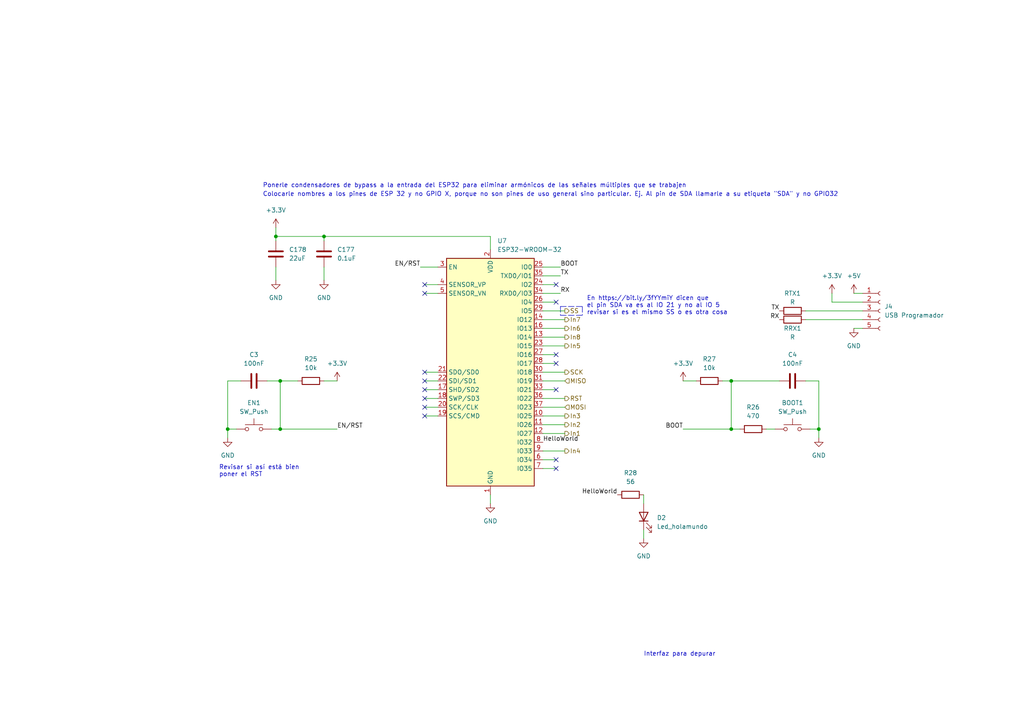
<source format=kicad_sch>
(kicad_sch (version 20211123) (generator eeschema)
  (paper "A4")
  (lib_symbols
    (symbol "Connector:Conn_01x05_Female" (pin_names (offset 1.016) hide)
      (property "Reference" "J" (at 0 7.62 0))
      (property "Value" "Conn_01x05_Female" (at 0 -7.62 0))
      (symbol "Conn_01x05_Female_1_1"
        (arc (start 0 -4.572) (mid -0.508 -5.08) (end 0 -5.588) (stroke (width 0.1524)))
        (arc (start 0 -2.032) (mid -0.508 -2.54) (end 0 -3.048) (stroke (width 0.1524)))
        (polyline (pts (xy -1.27 -5.08) (xy -0.508 -5.08)) (stroke (width 0.1524)))
        (polyline (pts (xy -1.27 -2.54) (xy -0.508 -2.54)) (stroke (width 0.1524)))
        (polyline (pts (xy -1.27 0) (xy -0.508 0)) (stroke (width 0.1524)))
        (polyline (pts (xy -1.27 2.54) (xy -0.508 2.54)) (stroke (width 0.1524)))
        (polyline (pts (xy -1.27 5.08) (xy -0.508 5.08)) (stroke (width 0.1524)))
        (arc (start 0 0.508) (mid -0.508 0) (end 0 -0.508) (stroke (width 0.1524)))
        (arc (start 0 3.048) (mid -0.508 2.54) (end 0 2.032) (stroke (width 0.1524)))
        (arc (start 0 5.588) (mid -0.508 5.08) (end 0 4.572) (stroke (width 0.1524)))
        (pin passive line (at -5.08 5.08 0) (length 3.81) (name "Pin_1") (number "1"))
        (pin passive line (at -5.08 2.54 0) (length 3.81) (name "Pin_2") (number "2"))
        (pin passive line (at -5.08 0 0) (length 3.81) (name "Pin_3") (number "3"))
        (pin passive line (at -5.08 -2.54 0) (length 3.81) (name "Pin_4") (number "4"))
        (pin passive line (at -5.08 -5.08 0) (length 3.81) (name "Pin_5") (number "5"))
      )
    )
    (symbol "Device:C" (pin_numbers hide) (pin_names (offset 0.254))
      (property "Reference" "C" (at 0.635 2.54 0))
      (property "Value" "C" (at 0.635 -2.54 0))
      (symbol "C_0_1"
        (polyline (pts (xy -2.032 -0.762) (xy 2.032 -0.762)) (stroke (width 0.508)))
        (polyline (pts (xy -2.032 0.762) (xy 2.032 0.762)) (stroke (width 0.508)))
      )
      (symbol "C_1_1"
        (pin passive line (at 0 3.81 270) (length 2.794) (name "~") (number "1"))
        (pin passive line (at 0 -3.81 90) (length 2.794) (name "~") (number "2"))
      )
    )
    (symbol "Device:R" (pin_numbers hide) (pin_names (offset 0))
      (property "Reference" "R" (at 2.032 0 90))
      (property "Value" "R" (at 0 0 90))
      (symbol "R_0_1"
        (rectangle (start -1.016 -2.54) (end 1.016 2.54) (stroke (width 0.254)))
      )
      (symbol "R_1_1"
        (pin passive line (at 0 3.81 270) (length 1.27) (name "~") (number "1"))
        (pin passive line (at 0 -3.81 90) (length 1.27) (name "~") (number "2"))
      )
    )
    (symbol "LED:IR26-21C_L110_TR8" (pin_numbers hide) (pin_names (offset 1.016) hide)
      (property "Reference" "D" (at 0 2.54 0))
      (property "Value" "IR26-21C_L110_TR8" (at 0 -3.81 0))
      (symbol "IR26-21C_L110_TR8_0_1"
        (polyline (pts (xy -1.27 -1.27) (xy -1.27 1.27)) (stroke (width 0.254)))
        (polyline (pts (xy -1.27 0) (xy 1.27 0)))
        (polyline (pts (xy 1.27 -1.27) (xy 1.27 1.27) (xy -1.27 0) (xy 1.27 -1.27)) (stroke (width 0.254)))
        (polyline (pts (xy -3.048 -0.762) (xy -4.572 -2.286) (xy -3.81 -2.286) (xy -4.572 -2.286) (xy -4.572 -1.524)))
        (polyline (pts (xy -1.778 -0.762) (xy -3.302 -2.286) (xy -2.54 -2.286) (xy -3.302 -2.286) (xy -3.302 -1.524)))
      )
      (symbol "IR26-21C_L110_TR8_1_1"
        (pin passive line (at -3.81 0 0) (length 2.54) (name "K") (number "1"))
        (pin passive line (at 3.81 0 180) (length 2.54) (name "A") (number "2"))
      )
    )
    (symbol "RF_Module:ESP32-WROOM-32"
      (property "Reference" "U" (at -12.7 34.29 0))
      (property "Value" "ESP32-WROOM-32" (at 1.27 34.29 0))
      (symbol "ESP32-WROOM-32_0_1"
        (rectangle (start -12.7 33.02) (end 12.7 -33.02) (stroke (width 0.254)) (fill (type background)))
      )
      (symbol "ESP32-WROOM-32_1_1"
        (pin power_in line (at 0 -35.56 90) (length 2.54) (name "GND") (number "1"))
        (pin bidirectional line (at 15.24 -12.7 180) (length 2.54) (name "IO25") (number "10"))
        (pin bidirectional line (at 15.24 -15.24 180) (length 2.54) (name "IO26") (number "11"))
        (pin bidirectional line (at 15.24 -17.78 180) (length 2.54) (name "IO27") (number "12"))
        (pin bidirectional line (at 15.24 10.16 180) (length 2.54) (name "IO14") (number "13"))
        (pin bidirectional line (at 15.24 15.24 180) (length 2.54) (name "IO12") (number "14"))
        (pin passive line (at 0 -35.56 90) (length 2.54) hide (name "GND") (number "15"))
        (pin bidirectional line (at 15.24 12.7 180) (length 2.54) (name "IO13") (number "16"))
        (pin bidirectional line (at -15.24 -5.08 0) (length 2.54) (name "SHD/SD2") (number "17"))
        (pin bidirectional line (at -15.24 -7.62 0) (length 2.54) (name "SWP/SD3") (number "18"))
        (pin bidirectional line (at -15.24 -12.7 0) (length 2.54) (name "SCS/CMD") (number "19"))
        (pin power_in line (at 0 35.56 270) (length 2.54) (name "VDD") (number "2"))
        (pin bidirectional line (at -15.24 -10.16 0) (length 2.54) (name "SCK/CLK") (number "20"))
        (pin bidirectional line (at -15.24 0 0) (length 2.54) (name "SDO/SD0") (number "21"))
        (pin bidirectional line (at -15.24 -2.54 0) (length 2.54) (name "SDI/SD1") (number "22"))
        (pin bidirectional line (at 15.24 7.62 180) (length 2.54) (name "IO15") (number "23"))
        (pin bidirectional line (at 15.24 25.4 180) (length 2.54) (name "IO2") (number "24"))
        (pin bidirectional line (at 15.24 30.48 180) (length 2.54) (name "IO0") (number "25"))
        (pin bidirectional line (at 15.24 20.32 180) (length 2.54) (name "IO4") (number "26"))
        (pin bidirectional line (at 15.24 5.08 180) (length 2.54) (name "IO16") (number "27"))
        (pin bidirectional line (at 15.24 2.54 180) (length 2.54) (name "IO17") (number "28"))
        (pin bidirectional line (at 15.24 17.78 180) (length 2.54) (name "IO5") (number "29"))
        (pin input line (at -15.24 30.48 0) (length 2.54) (name "EN") (number "3"))
        (pin bidirectional line (at 15.24 0 180) (length 2.54) (name "IO18") (number "30"))
        (pin bidirectional line (at 15.24 -2.54 180) (length 2.54) (name "IO19") (number "31"))
        (pin no_connect line (at -12.7 -27.94 0) (length 2.54) hide (name "NC") (number "32"))
        (pin bidirectional line (at 15.24 -5.08 180) (length 2.54) (name "IO21") (number "33"))
        (pin bidirectional line (at 15.24 22.86 180) (length 2.54) (name "RXD0/IO3") (number "34"))
        (pin bidirectional line (at 15.24 27.94 180) (length 2.54) (name "TXD0/IO1") (number "35"))
        (pin bidirectional line (at 15.24 -7.62 180) (length 2.54) (name "IO22") (number "36"))
        (pin bidirectional line (at 15.24 -10.16 180) (length 2.54) (name "IO23") (number "37"))
        (pin passive line (at 0 -35.56 90) (length 2.54) hide (name "GND") (number "38"))
        (pin passive line (at 0 -35.56 90) (length 2.54) hide (name "GND") (number "39"))
        (pin input line (at -15.24 25.4 0) (length 2.54) (name "SENSOR_VP") (number "4"))
        (pin input line (at -15.24 22.86 0) (length 2.54) (name "SENSOR_VN") (number "5"))
        (pin input line (at 15.24 -25.4 180) (length 2.54) (name "IO34") (number "6"))
        (pin input line (at 15.24 -27.94 180) (length 2.54) (name "IO35") (number "7"))
        (pin bidirectional line (at 15.24 -20.32 180) (length 2.54) (name "IO32") (number "8"))
        (pin bidirectional line (at 15.24 -22.86 180) (length 2.54) (name "IO33") (number "9"))
      )
    )
    (symbol "Switch:SW_Push" (pin_numbers hide) (pin_names (offset 1.016) hide)
      (property "Reference" "SW" (at 1.27 2.54 0))
      (property "Value" "SW_Push" (at 0 -1.524 0))
      (symbol "SW_Push_0_1"
        (circle (center -2.032 0) (radius 0.508))
        (polyline (pts (xy 0 1.27) (xy 0 3.048)))
        (polyline (pts (xy 2.54 1.27) (xy -2.54 1.27)))
        (circle (center 2.032 0) (radius 0.508))
        (pin passive line (at -5.08 0 0) (length 2.54) (name "1") (number "1"))
        (pin passive line (at 5.08 0 180) (length 2.54) (name "2") (number "2"))
      )
    )
    (symbol "power:+3.3V" (power) (pin_names (offset 0))
      (property "Value" "+3.3V" (at 0 3.556 0))
      (symbol "+3.3V_0_1"
        (polyline (pts (xy -0.762 1.27) (xy 0 2.54)))
        (polyline (pts (xy 0 0) (xy 0 2.54)))
        (polyline (pts (xy 0 2.54) (xy 0.762 1.27)))
      )
      (symbol "+3.3V_1_1"
        (pin power_in line (at 0 0 90) (length 0) hide (name "+3.3V") (number "1"))
      )
    )
    (symbol "power:+5V" (power) (pin_names (offset 0))
      (property "Value" "+5V" (at 0 3.556 0))
      (symbol "+5V_0_1"
        (polyline (pts (xy -0.762 1.27) (xy 0 2.54)))
        (polyline (pts (xy 0 0) (xy 0 2.54)))
        (polyline (pts (xy 0 2.54) (xy 0.762 1.27)))
      )
      (symbol "+5V_1_1"
        (pin power_in line (at 0 0 90) (length 0) hide (name "+5V") (number "1"))
      )
    )
    (symbol "power:GND" (power) (pin_names (offset 0))
      (property "Value" "GND" (at 0 -3.81 0))
      (symbol "GND_0_1"
        (polyline (pts (xy 0 0) (xy 0 -1.27) (xy 1.27 -1.27) (xy 0 -2.54) (xy -1.27 -1.27) (xy 0 -1.27)))
      )
      (symbol "GND_1_1"
        (pin power_in line (at 0 0 270) (length 0) hide (name "GND") (number "1"))
      )
    )
  )
  (junction (at 212.09 124.46))
  (junction (at 212.09 110.49))
  (junction (at 81.28 110.49))
  (junction (at 237.49 124.46))
  (junction (at 80.01 68.58))
  (junction (at 81.28 124.46))
  (junction (at 66.04 124.46))
  (junction (at 93.98 68.58))
  (no_connect (at 123.19 120.65))
  (no_connect (at 161.29 113.03))
  (no_connect (at 161.29 102.87))
  (no_connect (at 161.29 87.63))
  (no_connect (at 161.29 82.55))
  (no_connect (at 161.29 105.41))
  (no_connect (at 123.19 107.95))
  (no_connect (at 123.19 82.55))
  (no_connect (at 123.19 110.49))
  (no_connect (at 123.19 113.03))
  (no_connect (at 123.19 85.09))
  (no_connect (at 123.19 115.57))
  (no_connect (at 161.29 135.89))
  (no_connect (at 161.29 133.35))
  (no_connect (at 123.19 118.11))
  (wire (pts (xy 123.19 110.49) (xy 127 110.49)))
  (wire (pts (xy 237.49 127) (xy 237.49 124.46)))
  (wire (pts (xy 161.29 87.63) (xy 157.48 87.63)))
  (wire (pts (xy 93.98 68.58) (xy 80.01 68.58)))
  (wire (pts (xy 161.29 133.35) (xy 157.48 133.35)))
  (wire (pts (xy 142.24 72.39) (xy 142.24 68.58)))
  (wire (pts (xy 247.65 85.09) (xy 250.19 85.09)))
  (wire (pts (xy 123.19 82.55) (xy 127 82.55)))
  (wire (pts (xy 162.56 80.01) (xy 157.48 80.01)))
  (wire (pts (xy 233.68 90.17) (xy 250.19 90.17)))
  (polyline (pts (xy 162.56 88.9) (xy 162.56 91.44)))
  (wire (pts (xy 81.28 110.49) (xy 86.36 110.49)))
  (wire (pts (xy 186.69 143.51) (xy 186.69 146.05)))
  (wire (pts (xy 80.01 68.58) (xy 80.01 69.85)))
  (wire (pts (xy 241.3 87.63) (xy 250.19 87.63)))
  (wire (pts (xy 161.29 135.89) (xy 157.48 135.89)))
  (wire (pts (xy 66.04 124.46) (xy 68.58 124.46)))
  (wire (pts (xy 212.09 110.49) (xy 212.09 124.46)))
  (wire (pts (xy 163.83 118.11) (xy 157.48 118.11)))
  (wire (pts (xy 233.68 92.71) (xy 250.19 92.71)))
  (polyline (pts (xy 162.56 91.44) (xy 168.91 91.44)))
  (wire (pts (xy 162.56 85.09) (xy 157.48 85.09)))
  (wire (pts (xy 212.09 124.46) (xy 198.12 124.46)))
  (wire (pts (xy 123.19 107.95) (xy 127 107.95)))
  (wire (pts (xy 157.48 100.33) (xy 163.83 100.33)))
  (wire (pts (xy 161.29 82.55) (xy 157.48 82.55)))
  (wire (pts (xy 81.28 110.49) (xy 81.28 124.46)))
  (wire (pts (xy 93.98 68.58) (xy 93.98 69.85)))
  (wire (pts (xy 121.92 77.47) (xy 127 77.47)))
  (wire (pts (xy 247.65 95.25) (xy 250.19 95.25)))
  (wire (pts (xy 201.93 110.49) (xy 198.12 110.49)))
  (wire (pts (xy 123.19 113.03) (xy 127 113.03)))
  (wire (pts (xy 123.19 85.09) (xy 127 85.09)))
  (wire (pts (xy 163.83 107.95) (xy 157.48 107.95)))
  (wire (pts (xy 77.47 110.49) (xy 81.28 110.49)))
  (wire (pts (xy 80.01 77.47) (xy 80.01 81.28)))
  (wire (pts (xy 157.48 123.19) (xy 163.83 123.19)))
  (wire (pts (xy 157.48 95.25) (xy 163.83 95.25)))
  (wire (pts (xy 66.04 127) (xy 66.04 124.46)))
  (wire (pts (xy 66.04 110.49) (xy 69.85 110.49)))
  (wire (pts (xy 226.06 110.49) (xy 212.09 110.49)))
  (wire (pts (xy 163.83 110.49) (xy 157.48 110.49)))
  (wire (pts (xy 163.83 90.17) (xy 157.48 90.17)))
  (wire (pts (xy 81.28 124.46) (xy 97.79 124.46)))
  (wire (pts (xy 78.74 124.46) (xy 81.28 124.46)))
  (wire (pts (xy 214.63 124.46) (xy 212.09 124.46)))
  (wire (pts (xy 93.98 77.47) (xy 93.98 81.28)))
  (wire (pts (xy 123.19 118.11) (xy 127 118.11)))
  (wire (pts (xy 142.24 146.05) (xy 142.24 143.51)))
  (wire (pts (xy 161.29 102.87) (xy 157.48 102.87)))
  (wire (pts (xy 237.49 124.46) (xy 237.49 110.49)))
  (wire (pts (xy 237.49 110.49) (xy 233.68 110.49)))
  (wire (pts (xy 241.3 85.09) (xy 241.3 87.63)))
  (wire (pts (xy 161.29 113.03) (xy 157.48 113.03)))
  (wire (pts (xy 186.69 153.67) (xy 186.69 156.21)))
  (wire (pts (xy 123.19 120.65) (xy 127 120.65)))
  (wire (pts (xy 142.24 68.58) (xy 93.98 68.58)))
  (wire (pts (xy 161.29 105.41) (xy 157.48 105.41)))
  (polyline (pts (xy 168.91 88.9) (xy 168.91 91.44)))
  (wire (pts (xy 163.83 115.57) (xy 157.48 115.57)))
  (wire (pts (xy 157.48 92.71) (xy 163.83 92.71)))
  (wire (pts (xy 123.19 115.57) (xy 127 115.57)))
  (wire (pts (xy 162.56 77.47) (xy 157.48 77.47)))
  (wire (pts (xy 157.48 120.65) (xy 163.83 120.65)))
  (polyline (pts (xy 162.56 88.9) (xy 168.91 88.9)))
  (wire (pts (xy 93.98 110.49) (xy 97.79 110.49)))
  (wire (pts (xy 157.48 130.81) (xy 163.83 130.81)))
  (wire (pts (xy 237.49 124.46) (xy 234.95 124.46)))
  (wire (pts (xy 212.09 110.49) (xy 209.55 110.49)))
  (wire (pts (xy 157.48 97.79) (xy 163.83 97.79)))
  (wire (pts (xy 157.48 125.73) (xy 163.83 125.73)))
  (wire (pts (xy 66.04 124.46) (xy 66.04 110.49)))
  (wire (pts (xy 80.01 66.04) (xy 80.01 68.58)))
  (wire (pts (xy 224.79 124.46) (xy 222.25 124.46)))
  (text "En https://bit.ly/3fYYmiY dicen que\nel pin SDA va es al IO 21 y no al IO 5\nrevisar si es el mismo SS o es otra cosa" (at 170.18 91.44 0) (effects (font (size 1.27 1.27)) (justify left bottom)))
  (text "Ponerle condensadores de bypass a la entrada del ESP32 para eliminar armónicos de las señales múltiples que se trabajen\n" (at 76.2 54.61 0) (effects (font (size 1.27 1.27)) (justify left bottom)))
  (text "Revisar si así está bien\nponer el RST" (at 63.5 138.43 0) (effects (font (size 1.27 1.27)) (justify left bottom)))
  (text "Colocarle nombres a los pines de ESP 32 y no GPIO X, porque no son pines de uso general sino particular. Ej. Al pin de SDA llamarle a su etiqueta \"SDA\" y no GPIO32" (at 76.2 57.15 0) (effects (font (size 1.27 1.27)) (justify left bottom)))
  (text "Interfaz para depurar" (at 186.69 190.5 0) (effects (font (size 1.27 1.27)) (justify left bottom)))
  (label "BOOT" (at 162.56 77.47 0))
  (label "RX" (at 226.06 92.71 180))
  (label "HelloWorld" (at 179.07 143.51 180))
  (label "EN{slash}RST" (at 97.79 124.46 0))
  (label "TX" (at 162.56 80.01 0))
  (label "HelloWorld" (at 157.48 128.27 0))
  (label "RX" (at 162.56 85.09 0))
  (label "TX" (at 226.06 90.17 180))
  (label "BOOT" (at 198.12 124.46 180))
  (label "EN{slash}RST" (at 121.92 77.47 180))
  (hierarchical_label "SCK" (shape output) (at 163.83 107.95 0))
  (hierarchical_label "In5" (shape output) (at 163.83 100.33 0))
  (hierarchical_label "In6" (shape output) (at 163.83 95.25 0))
  (hierarchical_label "In3" (shape output) (at 163.83 120.65 0))
  (hierarchical_label "In4" (shape output) (at 163.83 130.81 0))
  (hierarchical_label "In1" (shape output) (at 163.83 125.73 0))
  (hierarchical_label "RST" (shape output) (at 163.83 115.57 0))
  (hierarchical_label "In8" (shape output) (at 163.83 97.79 0))
  (hierarchical_label "MISO" (shape input) (at 163.83 110.49 0))
  (hierarchical_label "SS" (shape output) (at 163.83 90.17 0))
  (hierarchical_label "In7" (shape output) (at 163.83 92.71 0))
  (hierarchical_label "In2" (shape output) (at 163.83 123.19 0))
  (hierarchical_label "MOSI" (shape input) (at 163.83 118.11 0))
  (symbol (lib_id "power:GND") (at 66.04 127 0) (unit 1)
    (property "Reference" "#PWR013" (effects hide))
    (property "Value" "GND" (at 66.04 132.08 0))
  )
  (symbol (lib_id "RF_Module:ESP32-WROOM-32") (at 142.24 107.95 0) (unit 1)
    (property "Reference" "U7" (at 144.2594 69.85 0) (effects (justify left)))
    (property "Value" "ESP32-WROOM-32" (at 144.2594 72.39 0) (effects (justify left)))
    (property "Footprint" "RF_Module:ESP32-WROOM-32" (effects hide))
    (property "Datasheet" "https://www.espressif.com/sites/default/files/documentation/esp32-wroom-32_datasheet_en.pdf" (effects hide))
  )
  (symbol (lib_id "power:+3.3V") (at 241.3 85.09 0) (unit 1)
    (property "Reference" "#PWR018" (effects hide))
    (property "Value" "+3.3V" (at 241.3 80.01 0))
  )
  (symbol (lib_id "Connector:Conn_01x05_Female") (at 255.27 90.17 0) (unit 1)
    (property "Reference" "J4" (at 256.54 88.8999 0) (effects (justify left)))
    (property "Value" "USB Programador" (at 256.54 91.4399 0) (effects (justify left)))
    (property "Footprint" "Connector_PinHeader_2.54mm:PinHeader_1x05_P2.54mm_Vertical" (effects hide))
  )
  (symbol (lib_id "Device:R") (at 229.87 92.71 90) (unit 1)
    (property "Reference" "RRX1" (at 229.87 95.25 90))
    (property "Value" "R" (at 229.87 97.79 90))
    (property "Footprint" "Resistor_SMD:R_0603_1608Metric_Pad0.98x0.95mm_HandSolder" (effects hide))
  )
  (symbol (lib_id "Device:C") (at 80.01 73.66 0) (mirror y) (unit 1)
    (property "Reference" "C178" (at 83.82 72.3899 0) (effects (justify right)))
    (property "Value" "22uF" (at 83.82 74.9299 0) (effects (justify right)))
    (property "Footprint" "Capacitor_SMD:C_0603_1608Metric_Pad1.08x0.95mm_HandSolder" (effects hide))
  )
  (symbol (lib_id "Device:R") (at 218.44 124.46 270) (mirror x) (unit 1)
    (property "Reference" "R26" (at 218.44 118.11 90))
    (property "Value" "470" (at 218.44 120.65 90))
    (property "Footprint" "Resistor_SMD:R_0603_1608Metric_Pad0.98x0.95mm_HandSolder" (effects hide))
  )
  (symbol (lib_id "Switch:SW_Push") (at 229.87 124.46 0) (mirror y) (unit 1)
    (property "Reference" "BOOT1" (at 229.87 116.84 0))
    (property "Value" "SW_Push" (at 229.87 119.38 0))
    (property "Footprint" "Button_Switch_SMD:SW_SPST_TL3305A" (effects hide))
  )
  (symbol (lib_id "Device:R") (at 229.87 90.17 90) (unit 1)
    (property "Reference" "RTX1" (at 229.87 85.09 90))
    (property "Value" "R" (at 229.87 87.63 90))
    (property "Footprint" "Resistor_SMD:R_0603_1608Metric_Pad0.98x0.95mm_HandSolder" (effects hide))
  )
  (symbol (lib_id "Switch:SW_Push") (at 73.66 124.46 0) (unit 1)
    (property "Reference" "EN1" (at 73.66 116.84 0))
    (property "Value" "SW_Push" (at 73.66 119.38 0))
    (property "Footprint" "Button_Switch_SMD:SW_SPST_TL3305A" (effects hide))
  )
  (symbol (lib_id "Device:C") (at 93.98 73.66 0) (mirror y) (unit 1)
    (property "Reference" "C177" (at 97.79 72.3899 0) (effects (justify right)))
    (property "Value" "0.1uF" (at 97.79 74.9299 0) (effects (justify right)))
    (property "Footprint" "Capacitor_SMD:C_0603_1608Metric_Pad1.08x0.95mm_HandSolder" (effects hide))
  )
  (symbol (lib_id "power:+3.3V") (at 80.01 66.04 0) (unit 1)
    (property "Reference" "#PWR030" (effects hide))
    (property "Value" "+3.3V" (at 80.01 60.96 0))
  )
  (symbol (lib_id "power:GND") (at 247.65 95.25 0) (unit 1)
    (property "Reference" "#PWR020" (effects hide))
    (property "Value" "GND" (at 247.65 100.33 0))
  )
  (symbol (lib_id "Device:R") (at 205.74 110.49 270) (mirror x) (unit 1)
    (property "Reference" "R27" (at 205.74 104.14 90))
    (property "Value" "10k" (at 205.74 106.68 90))
    (property "Footprint" "Resistor_SMD:R_0603_1608Metric_Pad0.98x0.95mm_HandSolder" (effects hide))
  )
  (symbol (lib_id "power:GND") (at 186.69 156.21 0) (unit 1)
    (property "Reference" "#PWR014" (effects hide))
    (property "Value" "GND" (at 186.69 161.29 0))
  )
  (symbol (lib_id "LED:IR26-21C_L110_TR8") (at 186.69 149.86 90) (unit 1)
    (property "Reference" "D2" (at 190.5 150.1774 90) (effects (justify right)))
    (property "Value" "Led_holamundo" (at 190.5 152.7174 90) (effects (justify right)))
    (property "Footprint" "LED_SMD:LED_0603_1608Metric_Pad1.05x0.95mm_HandSolder" (effects hide))
    (property "Datasheet" "http://www.everlight.com/file/ProductFile/IR26-21C-L110-TR8.pdf" (effects hide))
  )
  (symbol (lib_id "power:GND") (at 93.98 81.28 0) (unit 1)
    (property "Reference" "#PWR0104" (effects hide))
    (property "Value" "GND" (at 93.98 86.36 0))
  )
  (symbol (lib_id "power:GND") (at 237.49 127 0) (mirror y) (unit 1)
    (property "Reference" "#PWR015" (effects hide))
    (property "Value" "GND" (at 237.49 132.08 0))
  )
  (symbol (lib_id "Device:R") (at 90.17 110.49 90) (unit 1)
    (property "Reference" "R25" (at 90.17 104.14 90))
    (property "Value" "10k" (at 90.17 106.68 90))
    (property "Footprint" "Resistor_SMD:R_0603_1608Metric_Pad0.98x0.95mm_HandSolder" (effects hide))
  )
  (symbol (lib_id "Device:R") (at 182.88 143.51 90) (unit 1)
    (property "Reference" "R28" (at 182.88 137.16 90))
    (property "Value" "56" (at 182.88 139.7 90))
    (property "Footprint" "Resistor_SMD:R_0603_1608Metric_Pad0.98x0.95mm_HandSolder" (effects hide))
  )
  (symbol (lib_id "power:+3.3V") (at 97.79 110.49 0) (unit 1)
    (property "Reference" "#PWR016" (effects hide))
    (property "Value" "+3.3V" (at 97.79 105.41 0))
  )
  (symbol (lib_id "power:+5V") (at 247.65 85.09 0) (unit 1)
    (property "Reference" "#PWR019" (effects hide))
    (property "Value" "+5V" (at 247.65 80.01 0))
  )
  (symbol (lib_id "power:GND") (at 142.24 146.05 0) (unit 1)
    (property "Reference" "#PWR031" (effects hide))
    (property "Value" "GND" (at 142.24 151.13 0))
  )
  (symbol (lib_id "power:+3.3V") (at 198.12 110.49 0) (mirror y) (unit 1)
    (property "Reference" "#PWR017" (effects hide))
    (property "Value" "+3.3V" (at 198.12 105.41 0))
  )
  (symbol (lib_id "Device:C") (at 229.87 110.49 270) (mirror x) (unit 1)
    (property "Reference" "C4" (at 229.87 102.87 90))
    (property "Value" "100nF" (at 229.87 105.41 90))
    (property "Footprint" "Capacitor_SMD:C_0603_1608Metric_Pad1.08x0.95mm_HandSolder" (effects hide))
  )
  (symbol (lib_id "Device:C") (at 73.66 110.49 90) (unit 1)
    (property "Reference" "C3" (at 73.66 102.87 90))
    (property "Value" "100nF" (at 73.66 105.41 90))
    (property "Footprint" "Capacitor_SMD:C_0603_1608Metric_Pad1.08x0.95mm_HandSolder" (effects hide))
  )
  (symbol (lib_id "power:GND") (at 80.01 81.28 0) (unit 1)
    (property "Reference" "#PWR0105" (effects hide))
    (property "Value" "GND" (at 80.01 86.36 0))
  )
)
</source>
